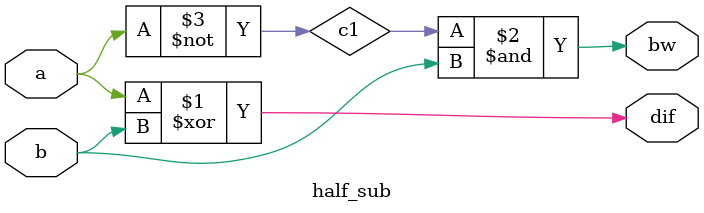
<source format=v>
`timescale 1ns / 1ps
module half_sub(input a,b,output dif,bw);
wire c0,c1;
not not_2(c1,a);

xor xor_1(dif,a,b);
assign bw=c1 & b;
endmodule

</source>
